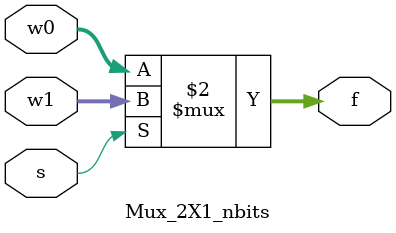
<source format=v>
`timescale 1ns / 1ps


module Mux_2X1_nbits
#(parameter n = 4)
(
input [n-1 : 0] w0,w1,
input s,
output reg [n-1 : 0] f
    );
    always @(s,w0,w1)
    begin
    f = s? w1 : w0;
    end
endmodule

</source>
